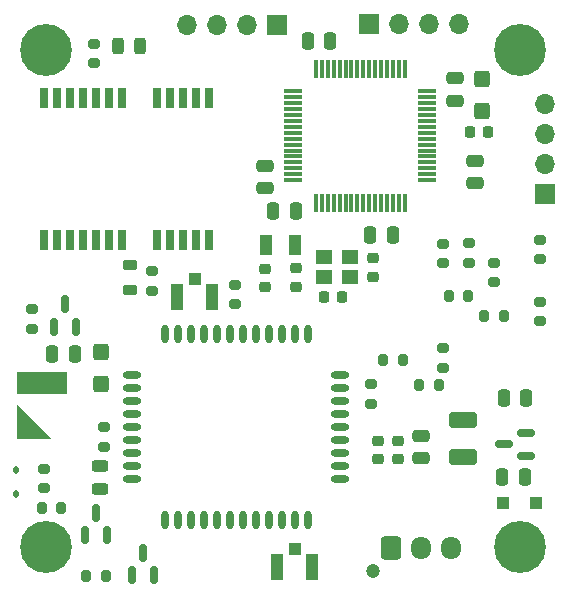
<source format=gts>
%TF.GenerationSoftware,KiCad,Pcbnew,7.0.9*%
%TF.CreationDate,2024-01-29T23:24:25+02:00*%
%TF.ProjectId,TheftShield_Tracker,54686566-7453-4686-9965-6c645f547261,rev?*%
%TF.SameCoordinates,Original*%
%TF.FileFunction,Soldermask,Top*%
%TF.FilePolarity,Negative*%
%FSLAX46Y46*%
G04 Gerber Fmt 4.6, Leading zero omitted, Abs format (unit mm)*
G04 Created by KiCad (PCBNEW 7.0.9) date 2024-01-29 23:24:25*
%MOMM*%
%LPD*%
G01*
G04 APERTURE LIST*
G04 Aperture macros list*
%AMRoundRect*
0 Rectangle with rounded corners*
0 $1 Rounding radius*
0 $2 $3 $4 $5 $6 $7 $8 $9 X,Y pos of 4 corners*
0 Add a 4 corners polygon primitive as box body*
4,1,4,$2,$3,$4,$5,$6,$7,$8,$9,$2,$3,0*
0 Add four circle primitives for the rounded corners*
1,1,$1+$1,$2,$3*
1,1,$1+$1,$4,$5*
1,1,$1+$1,$6,$7*
1,1,$1+$1,$8,$9*
0 Add four rect primitives between the rounded corners*
20,1,$1+$1,$2,$3,$4,$5,0*
20,1,$1+$1,$4,$5,$6,$7,0*
20,1,$1+$1,$6,$7,$8,$9,0*
20,1,$1+$1,$8,$9,$2,$3,0*%
G04 Aperture macros list end*
%ADD10C,0.000100*%
%ADD11RoundRect,0.200000X-0.275000X0.200000X-0.275000X-0.200000X0.275000X-0.200000X0.275000X0.200000X0*%
%ADD12RoundRect,0.250000X0.475000X-0.250000X0.475000X0.250000X-0.475000X0.250000X-0.475000X-0.250000X0*%
%ADD13RoundRect,0.102000X2.050000X0.850000X-2.050000X0.850000X-2.050000X-0.850000X2.050000X-0.850000X0*%
%ADD14RoundRect,0.250000X0.250000X0.475000X-0.250000X0.475000X-0.250000X-0.475000X0.250000X-0.475000X0*%
%ADD15R,0.800000X1.800000*%
%ADD16R,1.700000X1.700000*%
%ADD17O,1.700000X1.700000*%
%ADD18C,4.400000*%
%ADD19RoundRect,0.250000X-0.425000X0.450000X-0.425000X-0.450000X0.425000X-0.450000X0.425000X0.450000X0*%
%ADD20O,0.600000X1.600000*%
%ADD21O,1.600000X0.600000*%
%ADD22RoundRect,0.250000X-0.475000X0.250000X-0.475000X-0.250000X0.475000X-0.250000X0.475000X0.250000X0*%
%ADD23RoundRect,0.200000X0.200000X0.275000X-0.200000X0.275000X-0.200000X-0.275000X0.200000X-0.275000X0*%
%ADD24RoundRect,0.200000X0.275000X-0.200000X0.275000X0.200000X-0.275000X0.200000X-0.275000X-0.200000X0*%
%ADD25RoundRect,0.200000X-0.200000X-0.275000X0.200000X-0.275000X0.200000X0.275000X-0.200000X0.275000X0*%
%ADD26R,1.000000X1.800000*%
%ADD27RoundRect,0.218750X-0.381250X0.218750X-0.381250X-0.218750X0.381250X-0.218750X0.381250X0.218750X0*%
%ADD28RoundRect,0.243750X0.456250X-0.243750X0.456250X0.243750X-0.456250X0.243750X-0.456250X-0.243750X0*%
%ADD29RoundRect,0.250000X-0.250000X-0.475000X0.250000X-0.475000X0.250000X0.475000X-0.250000X0.475000X0*%
%ADD30RoundRect,0.150000X0.150000X-0.587500X0.150000X0.587500X-0.150000X0.587500X-0.150000X-0.587500X0*%
%ADD31RoundRect,0.225000X0.225000X0.250000X-0.225000X0.250000X-0.225000X-0.250000X0.225000X-0.250000X0*%
%ADD32C,1.200000*%
%ADD33RoundRect,0.250000X-0.600000X-0.725000X0.600000X-0.725000X0.600000X0.725000X-0.600000X0.725000X0*%
%ADD34O,1.700000X1.950000*%
%ADD35R,1.400000X1.200000*%
%ADD36R,1.000000X1.050000*%
%ADD37R,1.050000X2.200000*%
%ADD38RoundRect,0.225000X0.250000X-0.225000X0.250000X0.225000X-0.250000X0.225000X-0.250000X-0.225000X0*%
%ADD39RoundRect,0.250000X0.925000X-0.412500X0.925000X0.412500X-0.925000X0.412500X-0.925000X-0.412500X0*%
%ADD40RoundRect,0.112500X-0.112500X0.187500X-0.112500X-0.187500X0.112500X-0.187500X0.112500X0.187500X0*%
%ADD41RoundRect,0.150000X0.587500X0.150000X-0.587500X0.150000X-0.587500X-0.150000X0.587500X-0.150000X0*%
%ADD42RoundRect,0.075000X0.075000X-0.700000X0.075000X0.700000X-0.075000X0.700000X-0.075000X-0.700000X0*%
%ADD43RoundRect,0.075000X0.700000X-0.075000X0.700000X0.075000X-0.700000X0.075000X-0.700000X-0.075000X0*%
%ADD44RoundRect,0.250000X-0.300000X-0.300000X0.300000X-0.300000X0.300000X0.300000X-0.300000X0.300000X0*%
%ADD45RoundRect,0.243750X0.243750X0.456250X-0.243750X0.456250X-0.243750X-0.456250X0.243750X-0.456250X0*%
G04 APERTURE END LIST*
%TO.C,BT1*%
D10*
X133212400Y-114001800D02*
X130412400Y-114001800D01*
X130412400Y-111201800D01*
X133212400Y-114001800D01*
G36*
X133212400Y-114001800D02*
G01*
X130412400Y-114001800D01*
X130412400Y-111201800D01*
X133212400Y-114001800D01*
G37*
%TD*%
D11*
%TO.C,R5*%
X170832200Y-99150000D03*
X170832200Y-100800000D03*
%TD*%
D12*
%TO.C,C20*%
X164583800Y-115707800D03*
X164583800Y-113807800D03*
%TD*%
D13*
%TO.C,BT1*%
X132562400Y-109351800D03*
%TD*%
D11*
%TO.C,R18*%
X137761400Y-113094600D03*
X137761400Y-114744600D03*
%TD*%
D14*
%TO.C,C13*%
X162206400Y-96774600D03*
X160306400Y-96774600D03*
%TD*%
D15*
%TO.C,U4*%
X132674600Y-97236800D03*
X133774600Y-97236800D03*
X134874600Y-97236800D03*
X135974600Y-97236800D03*
X137074600Y-97236800D03*
X138174600Y-97236800D03*
X139274600Y-97236800D03*
X142274600Y-97236800D03*
X143374600Y-97236800D03*
X144474600Y-97236800D03*
X145574600Y-97236800D03*
X146674600Y-97236800D03*
X146674600Y-85236800D03*
X145574600Y-85236800D03*
X144474600Y-85236800D03*
X143374600Y-85236800D03*
X142274600Y-85236800D03*
X139274600Y-85236800D03*
X138174600Y-85236800D03*
X137074600Y-85236800D03*
X135974600Y-85236800D03*
X134874600Y-85236800D03*
X133774600Y-85236800D03*
X132674600Y-85236800D03*
%TD*%
D14*
%TO.C,C6*%
X154002200Y-94793400D03*
X152102200Y-94793400D03*
%TD*%
D16*
%TO.C,J2*%
X175153400Y-93358800D03*
D17*
X175153400Y-90818800D03*
X175153400Y-88278800D03*
X175153400Y-85738800D03*
%TD*%
D18*
%TO.C,H1*%
X173000126Y-81112074D03*
%TD*%
D19*
%TO.C,C24*%
X137507400Y-106756800D03*
X137507400Y-109456800D03*
%TD*%
%TO.C,C14*%
X169740000Y-83588200D03*
X169740000Y-86288200D03*
%TD*%
D18*
%TO.C,H2*%
X173013400Y-123238800D03*
%TD*%
D20*
%TO.C,U3*%
X155024400Y-105233400D03*
X153924400Y-105233400D03*
X152824400Y-105233400D03*
X151724400Y-105233400D03*
X150624400Y-105233400D03*
X149524400Y-105233400D03*
X148424400Y-105233400D03*
X147324400Y-105233400D03*
X146224400Y-105233400D03*
X145124400Y-105233400D03*
X144024400Y-105233400D03*
X142924400Y-105233400D03*
D21*
X140174400Y-108683400D03*
X140174400Y-109783400D03*
X140174400Y-110883400D03*
X140174400Y-111983400D03*
X140174400Y-113083400D03*
X140174400Y-114183400D03*
X140174400Y-115283400D03*
X140174400Y-116383400D03*
X140174400Y-117483400D03*
D20*
X142924400Y-120933400D03*
X144024400Y-120933400D03*
X145124400Y-120933400D03*
X146224400Y-120933400D03*
X147324400Y-120933400D03*
X148424400Y-120933400D03*
X149524400Y-120933400D03*
X150624400Y-120933400D03*
X151724400Y-120933400D03*
X152824400Y-120933400D03*
X153924400Y-120933400D03*
X155024400Y-120933400D03*
D21*
X157774400Y-117483400D03*
X157774400Y-116383400D03*
X157774400Y-115283400D03*
X157774400Y-114183400D03*
X157774400Y-113083400D03*
X157774400Y-111983400D03*
X157774400Y-110883400D03*
X157774400Y-109783400D03*
X157774400Y-108683400D03*
%TD*%
D14*
%TO.C,C23*%
X135282400Y-106858400D03*
X133382400Y-106858400D03*
%TD*%
D11*
%TO.C,R6*%
X168647800Y-97524400D03*
X168647800Y-99174400D03*
%TD*%
D22*
%TO.C,C11*%
X167487600Y-83530400D03*
X167487600Y-85430400D03*
%TD*%
D23*
%TO.C,R4*%
X171619600Y-103683400D03*
X169969600Y-103683400D03*
%TD*%
D24*
%TO.C,R21*%
X136931400Y-82257400D03*
X136931400Y-80607400D03*
%TD*%
D11*
%TO.C,R7*%
X166514200Y-97549800D03*
X166514200Y-99199800D03*
%TD*%
D25*
%TO.C,R19*%
X132491400Y-119964800D03*
X134141400Y-119964800D03*
%TD*%
D23*
%TO.C,R15*%
X168609200Y-101981600D03*
X166959200Y-101981600D03*
%TD*%
%TO.C,R8*%
X166128200Y-109524800D03*
X164478200Y-109524800D03*
%TD*%
D16*
%TO.C,J3*%
X152442600Y-78994600D03*
D17*
X149902600Y-78994600D03*
X147362600Y-78994600D03*
X144822600Y-78994600D03*
%TD*%
D26*
%TO.C,Y2*%
X151477400Y-97689000D03*
X153977400Y-97689000D03*
%TD*%
D23*
%TO.C,R17*%
X137926000Y-125679800D03*
X136276000Y-125679800D03*
%TD*%
D24*
%TO.C,R3*%
X174701200Y-98843600D03*
X174701200Y-97193600D03*
%TD*%
D27*
%TO.C,L1*%
X140004800Y-99369100D03*
X140004800Y-101494100D03*
%TD*%
D28*
%TO.C,D3*%
X137431200Y-118286100D03*
X137431200Y-116411100D03*
%TD*%
D24*
%TO.C,R22*%
X131665400Y-104762400D03*
X131665400Y-103112400D03*
%TD*%
D29*
%TO.C,C2*%
X171634800Y-110643000D03*
X173534800Y-110643000D03*
%TD*%
D30*
%TO.C,Q3*%
X133509400Y-104570100D03*
X135409400Y-104570100D03*
X134459400Y-102695100D03*
%TD*%
D23*
%TO.C,R9*%
X163072000Y-107366400D03*
X161422000Y-107366400D03*
%TD*%
D31*
%TO.C,C8*%
X170311800Y-88087800D03*
X168761800Y-88087800D03*
%TD*%
D32*
%TO.C,J4*%
X160517400Y-125274600D03*
D33*
X162117400Y-123274600D03*
D34*
X164617400Y-123274600D03*
X167117400Y-123274600D03*
%TD*%
D29*
%TO.C,C10*%
X155048600Y-80417000D03*
X156948600Y-80417000D03*
%TD*%
D16*
%TO.C,J1*%
X160215000Y-78969200D03*
D17*
X162755000Y-78969200D03*
X165295000Y-78969200D03*
X167835000Y-78969200D03*
%TD*%
D35*
%TO.C,Y1*%
X158640200Y-98679600D03*
X156440200Y-98679600D03*
X156440200Y-100379600D03*
X158640200Y-100379600D03*
%TD*%
D11*
%TO.C,R11*%
X160401000Y-109436400D03*
X160401000Y-111086400D03*
%TD*%
D36*
%TO.C,J7*%
X145440400Y-100572400D03*
D37*
X146915400Y-102097400D03*
X143965400Y-102097400D03*
%TD*%
D11*
%TO.C,R16*%
X166463400Y-106389000D03*
X166463400Y-108039000D03*
%TD*%
%TO.C,R1*%
X132706800Y-116599800D03*
X132706800Y-118249800D03*
%TD*%
D38*
%TO.C,C7*%
X160537400Y-100330000D03*
X160537400Y-98780000D03*
%TD*%
D11*
%TO.C,R10*%
X148886600Y-101003600D03*
X148886600Y-102653600D03*
%TD*%
D30*
%TO.C,Q1*%
X140113400Y-125601300D03*
X142013400Y-125601300D03*
X141063400Y-123726300D03*
%TD*%
D18*
%TO.C,H3*%
X132883400Y-81108800D03*
%TD*%
D22*
%TO.C,C12*%
X169155800Y-90541400D03*
X169155800Y-92441400D03*
%TD*%
D11*
%TO.C,R20*%
X141859000Y-99860600D03*
X141859000Y-101510600D03*
%TD*%
D39*
%TO.C,C19*%
X168148000Y-115583500D03*
X168148000Y-112508500D03*
%TD*%
D38*
%TO.C,C5*%
X153992000Y-101181800D03*
X153992000Y-99631800D03*
%TD*%
%TO.C,C21*%
X162653400Y-115786800D03*
X162653400Y-114236800D03*
%TD*%
D36*
%TO.C,J6*%
X153924000Y-123407000D03*
D37*
X155399000Y-124932000D03*
X152449000Y-124932000D03*
%TD*%
D40*
%TO.C,D1*%
X130344600Y-116679600D03*
X130344600Y-118779600D03*
%TD*%
D41*
%TO.C,U1*%
X173532800Y-115493800D03*
X173532800Y-113593800D03*
X171657800Y-114543800D03*
%TD*%
D42*
%TO.C,U2*%
X155728400Y-94083800D03*
X156228400Y-94083800D03*
X156728400Y-94083800D03*
X157228400Y-94083800D03*
X157728400Y-94083800D03*
X158228400Y-94083800D03*
X158728400Y-94083800D03*
X159228400Y-94083800D03*
X159728400Y-94083800D03*
X160228400Y-94083800D03*
X160728400Y-94083800D03*
X161228400Y-94083800D03*
X161728400Y-94083800D03*
X162228400Y-94083800D03*
X162728400Y-94083800D03*
X163228400Y-94083800D03*
D43*
X165153400Y-92158800D03*
X165153400Y-91658800D03*
X165153400Y-91158800D03*
X165153400Y-90658800D03*
X165153400Y-90158800D03*
X165153400Y-89658800D03*
X165153400Y-89158800D03*
X165153400Y-88658800D03*
X165153400Y-88158800D03*
X165153400Y-87658800D03*
X165153400Y-87158800D03*
X165153400Y-86658800D03*
X165153400Y-86158800D03*
X165153400Y-85658800D03*
X165153400Y-85158800D03*
X165153400Y-84658800D03*
D42*
X163228400Y-82733800D03*
X162728400Y-82733800D03*
X162228400Y-82733800D03*
X161728400Y-82733800D03*
X161228400Y-82733800D03*
X160728400Y-82733800D03*
X160228400Y-82733800D03*
X159728400Y-82733800D03*
X159228400Y-82733800D03*
X158728400Y-82733800D03*
X158228400Y-82733800D03*
X157728400Y-82733800D03*
X157228400Y-82733800D03*
X156728400Y-82733800D03*
X156228400Y-82733800D03*
X155728400Y-82733800D03*
D43*
X153803400Y-84658800D03*
X153803400Y-85158800D03*
X153803400Y-85658800D03*
X153803400Y-86158800D03*
X153803400Y-86658800D03*
X153803400Y-87158800D03*
X153803400Y-87658800D03*
X153803400Y-88158800D03*
X153803400Y-88658800D03*
X153803400Y-89158800D03*
X153803400Y-89658800D03*
X153803400Y-90158800D03*
X153803400Y-90658800D03*
X153803400Y-91158800D03*
X153803400Y-91658800D03*
X153803400Y-92158800D03*
%TD*%
D38*
%TO.C,C4*%
X151426600Y-101232600D03*
X151426600Y-99682600D03*
%TD*%
%TO.C,C22*%
X160977000Y-115812200D03*
X160977000Y-114262200D03*
%TD*%
D12*
%TO.C,C9*%
X151401200Y-92873200D03*
X151401200Y-90973200D03*
%TD*%
D24*
%TO.C,R2*%
X174701200Y-104126800D03*
X174701200Y-102476800D03*
%TD*%
D18*
%TO.C,H4*%
X132883400Y-123228800D03*
%TD*%
D44*
%TO.C,D4*%
X171574000Y-119500000D03*
X174374000Y-119500000D03*
%TD*%
D30*
%TO.C,Q2*%
X136151000Y-122248500D03*
X138051000Y-122248500D03*
X137101000Y-120373500D03*
%TD*%
D45*
%TO.C,D5*%
X140866100Y-80772000D03*
X138991100Y-80772000D03*
%TD*%
D31*
%TO.C,C3*%
X157934200Y-102069600D03*
X156384200Y-102069600D03*
%TD*%
D14*
%TO.C,C1*%
X173390600Y-117297200D03*
X171490600Y-117297200D03*
%TD*%
M02*

</source>
